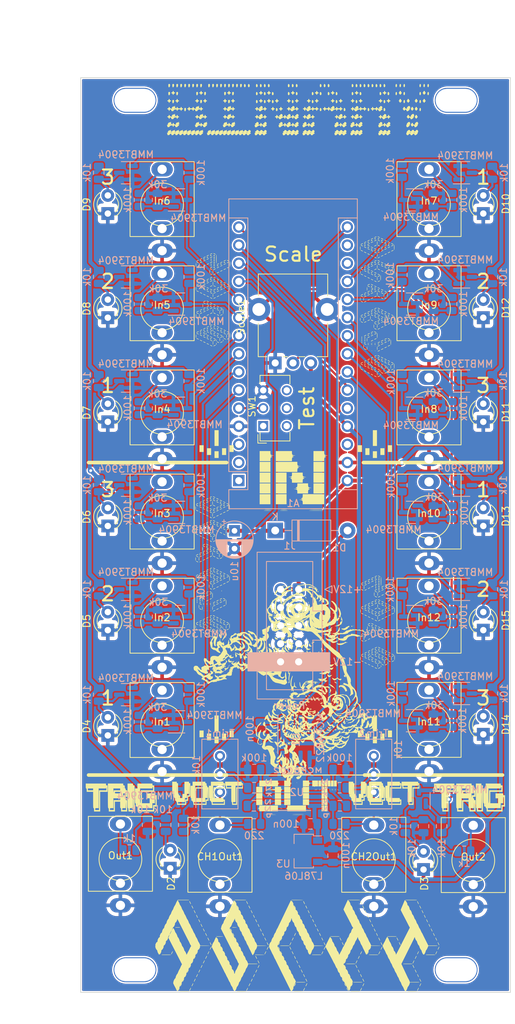
<source format=kicad_pcb>
(kicad_pcb (version 20210228) (generator pcbnew)
  (layers (0 "F.Cu" signal) (31 "B.Cu" signal) (34 "B.Paste" user) (35 "F.Paste" user) (36 "B.SilkS" user "B.Silkscreen") (37 "F.SilkS" user "F.Silkscreen") (38 "B.Mask" user) (39 "F.Mask" user) (44 "Edge.Cuts" user))
  (net 0 "")
  (net 1 "SCK")
  (net 2 "Trig2")
  (net 3 "+12V")
  (net 4 "MOSI")
  (net 5 "GND")
  (net 6 "CS")
  (net 8 "Trig1")
  (net 9 "+5V")
  (net 10 "NOT2-1")
  (net 12 "NOT1-1")
  (net 13 "Net-(A1-Pad25)")
  (net 14 "NOT0-1")
  (net 15 "NOT2-2")
  (net 16 "OCT2-1")
  (net 17 "NOT1-2")
  (net 18 "OCT1-1")
  (net 19 "NOT0-2")
  (net 20 "OCT0-1")
  (net 21 "OCT2-2")
  (net 22 "Net-(A1-Pad5)")
  (net 23 "OCT1-2")
  (net 24 "OCT0-2")
  (net 30 "+6V")
  (net 31 "Net-(CH1Out1-Pad3)")
  (net 33 "Net-(CH2Out1-Pad3)")
  (net 35 "Net-(D1-Pad2)")
  (net 36 "Net-(D2-Pad2)")
  (net 37 "Net-(D3-Pad2)")
  (net 38 "Net-(D4-Pad2)")
  (net 39 "Net-(D5-Pad2)")
  (net 40 "Net-(D6-Pad2)")
  (net 41 "Net-(D7-Pad2)")
  (net 42 "Net-(D8-Pad2)")
  (net 43 "Net-(D9-Pad2)")
  (net 44 "Net-(D10-Pad2)")
  (net 45 "Net-(D11-Pad2)")
  (net 46 "Net-(D12-Pad2)")
  (net 47 "Net-(D13-Pad2)")
  (net 48 "Net-(D14-Pad2)")
  (net 49 "Net-(D15-Pad2)")
  (net 50 "Net-(In1-Pad3)")
  (net 52 "Net-(In2-Pad3)")
  (net 54 "Net-(In3-Pad3)")
  (net 56 "Net-(In4-Pad3)")
  (net 58 "Net-(In5-Pad3)")
  (net 60 "Net-(In6-Pad3)")
  (net 62 "Net-(In7-Pad3)")
  (net 64 "Net-(In8-Pad3)")
  (net 66 "Net-(In9-Pad3)")
  (net 68 "Net-(In10-Pad3)")
  (net 70 "Net-(In11-Pad3)")
  (net 72 "Net-(In12-Pad3)")
  (net 74 "Net-(J1-Pad10)")
  (net 75 "Net-(Out1-Pad3)")
  (net 77 "Net-(Out2-Pad3)")
  (net 79 "Net-(Q1-Pad2)")
  (net 80 "Net-(Q1-Pad1)")
  (net 81 "Net-(Q2-Pad2)")
  (net 82 "Net-(Q2-Pad1)")
  (net 83 "Net-(Q3-Pad1)")
  (net 84 "Net-(Q4-Pad1)")
  (net 85 "Net-(Q5-Pad1)")
  (net 86 "Net-(Q6-Pad1)")
  (net 87 "Net-(Q7-Pad1)")
  (net 88 "Net-(Q8-Pad1)")
  (net 89 "Net-(Q9-Pad1)")
  (net 90 "Net-(Q10-Pad1)")
  (net 91 "Net-(Q11-Pad1)")
  (net 92 "Net-(Q12-Pad1)")
  (net 93 "Net-(Q13-Pad1)")
  (net 94 "Net-(Q14-Pad1)")
  (net 95 "Net-(Q15-Pad1)")
  (net 96 "Net-(Q16-Pad1)")
  (net 97 "Net-(Q17-Pad1)")
  (net 98 "Net-(Q18-Pad1)")
  (net 99 "Net-(Q19-Pad1)")
  (net 100 "Net-(Q20-Pad1)")
  (net 101 "Net-(Q21-Pad1)")
  (net 102 "Net-(Q22-Pad1)")
  (net 103 "Net-(Q23-Pad1)")
  (net 104 "Net-(Q24-Pad1)")
  (net 105 "Net-(Q25-Pad1)")
  (net 106 "Net-(Q26-Pad1)")
  (net 107 "Net-(R3-Pad2)")
  (net 108 "Net-(R4-Pad2)")
  (net 113 "Net-(U1-Pad8)")
  (net 114 "Net-(U1-Pad6)")
  (net 115 "Net-(C6-Pad2)")
  (net 116 "Net-(C6-Pad1)")
  (net 117 "Net-(C7-Pad2)")
  (net 118 "Net-(C7-Pad1)")
  (footprint "kicad_libraries:NOTE" (layer "F.Cu") (at 113.792 83.82 -90)
    (fp_text reference "G***")
    (fp_text value "LOGO" hide)
  )
  (footprint "kicad_libraries:Thonkiconn" (layer "F.Cu") (at 144.145 143.51)
    (fp_text reference "In11")
    (fp_text value "Thonkiconn")
  )
  (footprint "LED_THT:LED_D3.0mm" (layer "F.Cu") (at 107.815 163.565094 90)
    (fp_text reference "D2")
    (fp_text value "LED")
  )
  (footprint "kicad_libraries:Thonkiconn" (layer "F.Cu") (at 106.68 99.695)
    (fp_text reference "In4")
    (fp_text value "Thonkiconn")
  )
  (footprint "LED_THT:LED_D3.0mm" (layer "F.Cu") (at 151.765 144.785 90)
    (fp_text reference "D14")
    (fp_text value "LED")
  )
  (footprint "kicad_libraries:Thonkiconn" (layer "F.Cu") (at 114.8 162.43)
    (fp_text reference "CH1Out1")
    (fp_text value "Thonkiconn")
  )
  (footprint "kicad_libraries:Thonkiconn" (layer "F.Cu") (at 150.36 162.47)
    (fp_text reference "Out2")
    (fp_text value "Thonkiconn")
  )
  (footprint "kicad_libraries:OCTAVE" (layer "F.Cu") (at 113.792 121.285 -90)
    (fp_text reference "G***")
    (fp_text value "LOGO" hide)
  )
  (footprint "LED_THT:LED_D3.0mm" (layer "F.Cu") (at 151.765 115.57 90)
    (fp_text reference "D13")
    (fp_text value "LED")
  )
  (footprint "Panel Holes:3.2mm slot" (layer "F.Cu") (at 147.955 177.8)
    (fp_text reference "REF**" hide)
    (fp_text value "3.2mm slot")
  )
  (footprint "kicad_libraries:OUT" (layer "F.Cu") (at 125.73 153.67)
    (fp_text reference "G***")
    (fp_text value "LOGO" hide)
  )
  (footprint "Potentiometer_THT:Potentiometer_GND_Alpha_RD901F-40-00D_Single_Vertical_CircularHoles" (layer "F.Cu") (at 122.555 92.71 90)
    (fp_text reference "Scale1")
    (fp_text value "100k")
  )
  (footprint "kicad_libraries:TRIG" (layer "F.Cu") (at 100.965 153.67)
    (fp_text reference "G***")
    (fp_text value "LOGO" hide)
  )
  (footprint "Panel Holes:3.2mm slot" (layer "F.Cu") (at 102.87 177.8)
    (fp_text reference "REF**" hide)
    (fp_text value "3.2mm slot")
  )
  (footprint "kicad_libraries:Thonkiconn" (layer "F.Cu") (at 106.68 70.485)
    (fp_text reference "In6")
    (fp_text value "Thonkiconn")
  )
  (footprint "kicad_libraries:arrow 4" (layer "F.Cu") (at 114.3 144.145 -90)
    (fp_text reference "G***")
    (fp_text value "LOGO" hide)
  )
  (footprint "kicad_libraries:arrow 4" (layer "F.Cu") (at 136.525 144.145 -90)
    (fp_text reference "G***")
    (fp_text value "LOGO" hide)
  )
  (footprint "LED_THT:LED_D3.0mm" (layer "F.Cu") (at 151.765 130.18 90)
    (fp_text reference "D15")
    (fp_text value "LED")
  )
  (footprint "Panel Holes:3.2mm slot" (layer "F.Cu") (at 147.955 55.88)
    (fp_text reference "REF**" hide)
    (fp_text value "3.2mm slot")
  )
  (footprint "kicad_libraries:Thonkiconn" (layer "F.Cu") (at 106.68 85.09)
    (fp_text reference "In5")
    (fp_text value "Thonkiconn")
  )
  (footprint "LED_THT:LED_D3.0mm" (layer "F.Cu") (at 143.375 163.745 90)
    (fp_text reference "D3")
    (fp_text value "LED")
  )
  (footprint "Button_Switch_THT:SW_CuK_JS202011CQN_DPDT_Straight" (layer "F.Cu") (at 120.875 101.55 90)
    (fp_text reference "SW1")
    (fp_text value "Test")
  )
  (footprint "kicad_libraries:VOCT" (layer "F.Cu") (at 137.795 153.035)
    (fp_text reference "G***")
    (fp_text value "LOGO" hide)
  )
  (footprint "kicad_libraries:VOCT" (layer "F.Cu") (at 113.03 153.035)
    (fp_text reference "G***")
    (fp_text value "LOGO" hide)
  )
  (footprint "kicad_libraries:NOTE" (layer "F.Cu") (at 136.906 129.032 -90)
    (fp_text reference "G***")
    (fp_text value "LOGO" hide)
  )
  (footprint "kicad_libraries:Thonkiconn" (layer "F.Cu") (at 136.39 162.43)
    (fp_text reference "CH2Out1")
    (fp_text value "Thonkiconn")
  )
  (footprint "kicad_libraries:Thonkiconn" (layer "F.Cu") (at 106.68 143.5305)
    (fp_text reference "In1")
    (fp_text value "Thonkiconn")
  )
  (footprint "kicad_libraries:Thonkiconn" (layer "F.Cu") (at 144.145 70.485)
    (fp_text reference "In7")
    (fp_text value "Thonkiconn")
  )
  (footprint "LED_THT:LED_D3.0mm" (layer "F.Cu") (at 99.06 115.57 90)
    (fp_text reference "D6")
    (fp_text value "LED")
  )
  (footprint "kicad_libraries:Thonkiconn" (layer "F.Cu") (at 106.68 114.3)
    (fp_text reference "In3")
    (fp_text value "Thonkiconn")
  )
  (footprint "kicad_libraries:Thonkiconn" (layer "F.Cu") (at 144.145 99.695)
    (fp_text reference "In8")
    (fp_text value "Thonkiconn")
  )
  (footprint "LED_THT:LED_D3.0mm" (layer "F.Cu") (at 151.765 86.365 90)
    (fp_text reference "D12")
    (fp_text value "LED")
  )
  (footprint "kicad_libraries:Thonkiconn" (layer "F.Cu") (at 144.145 114.3)
    (fp_text reference "In10")
    (fp_text value "Thonkiconn")
  )
  (footprint "kicad_libraries:lion" (layer "F.Cu") (at 123.825 137.795)
    (fp_text reference "G***")
    (fp_text value "LOGO" hide)
  )
  (footprint "LED_THT:LED_D3.0mm" (layer "F.Cu") (at 99.06 86.365 90)
    (fp_text reference "D8")
    (fp_text value "LED")
  )
  (footprint "LED_THT:LED_D3.0mm" (layer "F.Cu") (at 151.765 71.76 90)
    (fp_text reference "D10")
    (fp_text value "LED")
  )
  (footprint "kicad_libraries:Thonkiconn" (layer "F.Cu") (at 106.68 128.905)
    (fp_text reference "In2")
    (fp_text value "Thonkiconn")
  )
  (footprint "LED_THT:LED_D3.0mm" (layer "F.Cu") (at 99.06 130.18 90)
    (fp_text reference "D5")
    (fp_text value "LED")
  )
  (footprint "kicad_libraries:ASCII mid size" (layer "F.Cu") (at 125.73 174.498)
    (fp_text reference "G***")
    (fp_text value "LOGO" hide)
  )
  (footprint "kicad_libraries:IN" (layer "F.Cu") (at 125.095 109.22)
    (fp_text reference "G***")
    (fp_text value "LOGO" hide)
  )
  (footprint "kicad_libraries:Thonkiconn" (layer "F.Cu") (at 100.83 162.290094)
    (fp_text reference "Out1")
    (fp_text value "Thonkiconn")
  )
  (footprint "kicad_libraries:TRIG" (layer "F.Cu") (at 149.86 153.67)
    (fp_text reference "G***")
    (fp_text value "LOGO" hide)
  )
  (footprint "Panel Holes:3.2mm slot" (layer "F.Cu") (at 102.87 55.88)
    (fp_text reference "REF**" hide)
    (fp_text value "3.2mm slot")
  )
  (footprint "kicad_libraries:arrow 4" (layer "F.Cu") (at 114.3 104.14 -90)
    (fp_text reference "G***")
    (fp_text value "LOGO" hide)
  )
  (footprint "LED_THT:LED_D3.0mm" (layer "F.Cu") (at 99.06 71.76 90)
    (fp_text reference "D9")
    (fp_text value "LED")
  )
  (footprint "kicad_libraries:OCTAVE" (layer "F.Cu") (at 136.906 84.836 -90)
    (fp_text reference "G***")
    (fp_text value "LOGO" hide)
  )
  (footprint "LED_THT:LED_D3.0mm" (layer "F.Cu") (at 99.06 100.97 90)
    (fp_text reference "D7")
    (fp_text value "LED")
  )
  (footprint "kicad_libraries:arrow 4" (layer "F.Cu") (at 136.525 104.14 -90)
    (fp_text reference "G***")
    (fp_text value "LOGO" hide)
  )
  (footprint "kicad_libraries:Thonkiconn" (layer "F.Cu") (at 144.145 85.09)
    (fp_text reference "In9")
    (fp_text value "Thonkiconn")
  )
  (footprint "LED_THT:LED_D3.0mm" (layer "F.Cu") (at 151.765 100.965 90)
    (fp_text reference "D11")
    (fp_text value "LED")
  )
  (footprint "LED_THT:LED_D3.0mm" (layer "F.Cu") (at 99.06 144.9395 90)
    (fp_text reference "D4")
    (fp_text value "LED")
  )
  (footprint "kicad_libraries:Thonkiconn" (layer "F.Cu") (at 144.145 128.905)
    (fp_text reference "In12")
    (fp_text value "Thonkiconn")
  )
  (footprint "kicad_libraries:BINARY" (layer "F.Cu") (at 125.73 57.15)
    (fp_text reference "G***")
    (fp_text value "LOGO" hide)
  )
  (footprint "Capacitor_SMD:C_0805_2012MetricVal" (layer "B.Cu") (at 119.565 154.81)
    (fp_text reference "C7")
    (fp_text value "22p")
  )
  (footprint "Capacitor_SMD:C_0805_2012MetricVal" (layer "B.Cu") (at 120.515 144.015 -90)
    (fp_text reference "C2")
    (fp_text value "100n")
  )
  (footprint "Resistor_SMD:R_0805_2012MetricValue" (layer "B.Cu") (at 110.49 80.645 -90)
    (fp_text reference "R33")
    (fp_text value "100k")
  )
  (footprint "Package_TO_SOT_SMD:SOT-23Val" (layer "B.Cu") (at 141.605 142.875 180)
    (fp_text reference "Q23")
    (fp_text value "MMBT3904")
  )
  (footprint "Resistor_SMD:R_0805_2012MetricValue" (layer "B.Cu") (at 106.045 84.455 -90)
    (fp_text reference "R32")
    (fp_text value "30k")
  )
  (footprint "Resistor_SMD:R_0805_2012MetricValue" (layer "B.Cu") (at 103.505 84.455 90)
    (fp_text reference "R31")
    (fp_text value "100k")
  )
  (footprint "Package_TO_SOT_SMD:SOT-23Val" (layer "B.Cu") (at 101.6 124.46 180)
    (fp_text reference "Q6")
    (fp_text value "MMBT3904")
  )
  (footprint "Resistor_SMD:R_0805_2012MetricValue" (layer "B.Cu") (at 97.79 66.04 90)
    (fp_text reference "R38")
    (fp_text value "10k")
  )
  (footprint "Resistor_SMD:R_0805_2012MetricValue" (layer "B.Cu") (at 106.045 113.665 -90)
    (fp_text reference "R24")
    (fp_text value "30k")
  )
  (footprint "Capacitor_SMD:C_0805_2012MetricVal" (layer "B.Cu") (at 131.625 154.81 180)
    (fp_text reference "C6")
    (fp_text value "22p")
  )
  (footprint "Resistor_SMD:R_0805_2012MetricValue" (layer "B.Cu") (at 103.505 99.06 90)
    (fp_text reference "R27")
    (fp_text value "100k")
  )
  (footprint "Package_TO_SOT_SMD:SOT-23Val" (layer "B.Cu") (at 109.22 84.455)
    (fp_text reference "Q11")
    (fp_text value "MMBT3904")
  )
  (footprint "Resistor_SMD:R_0805_2012MetricValue" (layer "B.Cu") (at 110.49 139.2245 -90)
    (fp_text reference "R17")
    (fp_text value "100k")
  )
  (footprint "Resistor_SMD:R_0805_2012MetricValue" (layer "B.Cu") (at 131.5875 152.27)
    (fp_text reference "R3")
    (fp_text value "27k")
  )
  (footprint "Package_TO_SOT_SMD:SOT-23Val" (layer "B.Cu") (at 101.6 139.2245 180)
    (fp_text reference "Q4")
    (fp_text value "MMBT3904")
  )
  (footprint "Package_TO_SOT_SMD:SOT-23Val" (layer "B.Cu") (at 149.225 80.645)
    (fp_text reference "Q20")
    (fp_text value "MMBT3904")
  )
  (footprint "Package_TO_SOT_SMD:SOT-23Val" (layer "B.Cu") (at 142.74 153.58 90)
    (fp_text reference "Q2")
    (fp_text value "MMBT3904")
  )
  (footprint "Package_TO_SOT_SMD:SOT-23Val" (layer "B.Cu") (at 101.6 109.855 180)
    (fp_text reference "Q8")
    (fp_text value "MMBT3904")
  )
  (footprint "Resistor_SMD:R_0805_2012MetricValue" (layer "B.Cu") (at 140.335 80.3675 -90)
    (fp_text reference "R49")
    (fp_text value "100k")
  )
  (footprint "Resistor_SMD:R_0805_2012MetricValue" (layer "B.Cu") (at 147.32 142.875 90)
    (fp_text reference "R55")
    (fp_text value "100k")
  )
  (footprint "Package_TO_SOT_SMD:SOT-23Val" (layer "B.Cu") (at 101.6 80.645 180)
    (fp_text reference "Q12")
    (fp_text value "MMBT3904")
  )
  (footprint "Capacitor_SMD:C_0805_2012MetricVal" (layer "B.Cu") (at 127.5 157.35 180)
    (fp_text reference "C4")
    (fp_text value "100n")
  )
  (footprint "Package_TO_SOT_SMD:SOT-23Val" (layer "B.Cu") (at 109.22 128.27)
    (fp_text reference "Q5")
    (fp_text value "MMBT3904")
  )
  (footprint "Resistor_SMD:R_0805_2012MetricValue" (layer "B.Cu") (at 144.78 128.27 -90)
    (fp_text reference "R60")
    (fp_text value "30k")
  )
  (footprint "Package_TO_SOT_SMD:SOT-23Val" (layer "B.Cu") (at 149.225 95.25)
    (fp_text reference "Q18")
    (fp_text value "MMBT3904")
  )
  (footprint "Resistor_SMD:R_0805_2012MetricValue" (layer "B.Cu") (at 97.79 80.645 90)
    (fp_text reference "R34")
    (fp_text value "10k")
  )
  (footprint "Resistor_SMD:R_0805_2012MetricValue" (layer "B.Cu") (at 140.835 157.6675 90)
    (fp_text reference "R13")
    (fp_text value "10k")
  )
  (footprint "Resistor_SMD:R_0805_2012MetricValue" (layer "B.Cu") (at 119.6025 152.27 180)
    (fp_text reference "R4")
    (fp_text value "27k")
  )
  (footprint "Resistor_SMD:R_0805_2012MetricValue" (layer "B.Cu") (at 153.035 124.46 90)
    (fp_text reference "R62")
    (fp_text value "10k")
  )
  (footprint "Diode_THT:D_DO-41_SOD81_P10.16mm_Horizontal" (layer "B.Cu") (at 122.555 116.205)
    (fp_text reference "D1")
    (fp_text value "1N5817")
  )
  (footprint "Resistor_SMD:R_0805_2012MetricValue" (layer "B.Cu") (at 153.035 95.25 90)
    (fp_text reference "R46")
    (fp_text value "10k")
  )
  (footprint "Resistor_SMD:R_0805_2012MetricValue" (layer "B.Cu") (at 110.49 124.1825 -90)
    (fp_text reference "R21")
    (fp_text value "100k")
  )
  (footprint "Resistor_SMD:R_0805_2012MetricValue" (layer "B.Cu") (at 103.505 128.27 90)
    (fp_text reference "R19")
    (fp_text value "100k")
  )
  (footprint "Package_TO_SOT_SMD:SOT-23Val" (layer "B.Cu") (at 149.225 139.065)
    (fp_text reference "Q24")
    (fp_text value "MMBT3904")
  )
  (footprint "Resistor_SMD:R_0805_2012MetricValue" (layer "B.Cu") (at 97.79 95.25 90)
    (fp_text reference "R30")
    (fp_text value "10k")
  )
  (footprint "Resistor_SMD:R_0805_2012MetricValue" (layer "B.Cu") (at 131.5875 149.73 180)
    (fp_text reference "R1")
    (fp_text value "100k")
  )
  (footprint "Resistor_SMD:R_0805_2012MetricValue" (layer "B.Cu") (at 153.035 109.855 90)
    (fp_text reference "R54")
    (fp_text value "10k")
  )
  (footprint "Resistor_SMD:R_0805_2012MetricValue" (layer "B.Cu") (at 110.49 66.04 -90)
    (fp_text reference "R37")
    (fp_text value "100k")
  )
  (footprint "Package_TO_SOT_SMD:SOT-23Val" (layer "B.Cu") (at 109.22 113.665)
    (fp_text reference "Q7")
    (fp_text value "MMBT3904")
  )
  (footprint "Resistor_SMD:R_0805_2012MetricValue" (layer "B.Cu") (at 140.335 124.46 -90)
    (fp_text reference "R61")
    (fp_text value "100k")
  )
  (footprint "Resistor_SMD:R_0805_2012MetricValue" (layer "B.Cu") (at 103.505 143.0345 90)
    (fp_text reference "R15")
    (fp_text value "100k")
  )
  (footprint "Resistor_SMD:R_0805_2012MetricValue" (layer "B.Cu") (at 140.335 65.7625 -90)
    (fp_text reference "R41")
    (fp_text value "100k")
  )
  (footprint "Resistor_SMD:R_0805_2012MetricValue" (layer "B.Cu") (at 153.035 66.04 90)
    (fp_text reference "R42")
    (fp_text value "10k")
  )
  (footprint "Potentiometer_THT:Potentiometer_Bourns_3296W_Vertical" (layer "B.Cu") (at 114.8 147.815 90)
    (fp_text reference "Trim1")
    (fp_text value "10k")
  )
  (footprint "Resistor_SMD:R_0805_2012MetricValue" (layer "B.Cu") (at 149.09 161.2 180)
    (fp_text reference "R14")
    (fp_text value "1k")
  )
  (footprint "Resistor_SMD:R_0805_2012MetricValue" (layer "B.Cu") (at 102.1 161.020094)
    (fp_text reference "R10")
    (fp_text value "1k")
  )
  (footprint "Resistor_SMD:R_0805_2012MetricValue" (layer "B.Cu") (at 103.505 69.85 90)
    (fp_text reference "R35")
    (fp_text value "100k")
  )
  (footprint "Resistor_SMD:R_0805_2012MetricValue" (layer "B.Cu") (at 131.5875 157.35)
    (fp_text reference "R5")
    (fp_text value "220")
  )
  (footprint "Resistor_SMD:R_0805_2012MetricValue" (layer "B.Cu") (at 106.045 99.06 -90)
    (fp_text reference "R28")
    (fp_text value "30k")
  )
  (footprint "Resistor_SMD:R_0805_2012MetricValue" (layer "B.Cu") (at 147.32 113.665 90)
    (fp_text reference "R51")
    (fp_text value "100k")
  )
  (footprint "Resistor_SMD:R_0805_2012MetricValue" (layer "B.Cu") (at 153.035 80.695 90)
    (fp_text reference "R50")
    (fp_text value "10k")
  )
  (footprint "Package_TO_SOT_SMD:SOT-23Val" (layer "B.Cu") (at 141.605 84.455 180)
    (fp_text reference "Q19")
    (fp_text value "MMBT3904")
  )
  (footprint "Package_TO_SOT_SMD:SOT-23Val" (layer "B.Cu") (at 141.605 69.85 180)
    (fp_text reference "Q15")
    (fp_text value "MMBT3904")
  )
  (footprint "Resistor_SMD:R_0805_2012MetricValue" (layer "B.Cu") (at 144.78 99.06 -90)
    (fp_text reference "R44")
    (fp_text value "30k")
  )
  (footprint "Resistor_SMD:R_0805_2012MetricValue" (layer "B.Cu") (at 119.6025 157.35 180)
    (fp_text reference "R6")
    (fp_text value "220")
  )
  (footprint "Package_TO_SOT_SMD:SOT-23Val" (layer "B.Cu") (at 141.605 113.665 180)
    (fp_text reference "Q21")
    (fp_text value "MMBT3904")
  )
  (footprint "Resistor_SMD:R_0805_2012MetricValue" (layer "B.Cu") (at 143.375 157.6675 90)
    (fp_text reference "R12")
    (fp_text value "10k")
  )
  (footprint "Resistor_SMD:R_0805_2012MetricValue" (layer "B.Cu") (at 119.6025 149.73)
    (fp_text reference "R2")
    (fp_text value "100k")
  )
  (footprint "Package_TO_SOT_SMD:SOT-23Val" (layer "B.Cu") (at 109.22 99.06)
    (fp_text reference "Q9")
    (fp_text value "MMBT3904")
  )
  (footprint "Potentiometer_THT:Potentiometer_Bourns_3296W_Vertical" (layer "B.Cu") (at 136.39 147.815 90)
    (fp_text reference "Trim2")
    (fp_text value "10k")
  )
  (footprint "Resistor_SMD:R_0805_2012MetricValue" (layer "B.Cu") (at 97.79 139.2245 90)
    (fp_text reference "R18")
    (fp_text value "10k")
  )
  (footprint "Resistor_SMD:R_0805_2012MetricValue" (layer "B.Cu") (at 144.78 142.875 -90)
    (fp_text reference "R56")
    (fp_text value "30k")
  )
  (footprint "Package_TO_SOT_SMD:SOT-23Val" (layer "B.Cu") (at 109.855 153.400094 90)
    (fp_text reference "Q1")
    (fp_text value "MMBT3904")
  )
  (footprint "Resistor_SMD:R_0805_2012MetricValue" (layer "B.Cu") (at 140.335 109.855 -90)
    (fp_text reference "R53")
    (fp_text value "100k")
  )
  (footprint "Package_SO:SOIC-8_3.9x4.9mm_P1.27mm" (layer "B.Cu") (at 125.479 145.559906 -90)
    (fp_text reference "U1")
    (fp_text value "MCP4822")
  )
  (footprint "Package_TO_SOT_SMD:SOT-23Val" (layer "B.Cu") (at 149.225 66.04)
    (fp_text reference "Q16")
    (fp_text value "MMBT3904")
  )
  (footprint "Resistor_SMD:R_0805_2012MetricValue" (layer "B.Cu") (at 147.32 128.27 90)
    (fp_text reference "R59")
    (fp_text value "100k")
  )
  (footprint "Resistor_SMD:R_0805_2012MetricValue" (layer "B.Cu") (at 153.035 139.065 90)
    (fp_text reference "R58")
    (fp_text value "10k")
  )
  (footprint "Package_TO_SOT_SMD:SOT-23Val" (layer "B.Cu") (at 101.6 95.25 180)
    (fp_text reference "Q10")
    (fp_text value "MMBT3904")
  )
  (footprint "Resistor_SMD:R_0805_2012MetricValue" (layer "B.Cu") (at 104.64 157.487594 90)
    (fp_text reference "R8")
    (fp_text value "10k")
  )
  (footprint "Module:Arduino_Nano" (layer "B.Cu") (at 117.445 109.21)
    (fp_text reference "A1")
    (fp_text value "Arduino_Nano_v3.x")
  )
  (footprint "Resistor_SMD:R_0805_2012MetricValue" (layer "B.Cu") (at 147.32 84.455 90)
    (fp_text reference "R47")
    (fp_text value "100k")
  )
  (footprint "Resistor_SMD:R_0805_2012MetricValue" (layer "B.Cu") (at 97.79 124.46 90)
    (fp_text reference "R22")
    (fp_text value "10k")
  )
  (footprint "Resistor_SMD:R_0805_2012MetricValue" (layer "B.Cu") (at 140.335 95.25 -90)
    (fp_text reference "R45")
    (fp_text value "100k")
  )
  (footprint "Resistor_SMD:R_0805_2012MetricValue" (layer "B.Cu") (at 107.18 157.487594 90)
    (fp_text reference "R9")
    (fp_text value "10k")
  )
  (footprint "Resistor_SMD:R_0805_2012MetricValue" (layer "B.Cu") (at 147.32 69.85 90)
    (fp_text reference "R39")
    (fp_text value "100k")
  )
  (footprint "Package_TO_SOT_SMD:SOT-23Val" (layer "B.Cu") (at 141.605 128.27 180)
    (fp_text reference "Q25")
    (fp_text value "MMBT3904")
  )
  (footprint "Resistor_SMD:R_0805_2012MetricValue" (layer "B.Cu") (at 106.045 128.27 -90)
    (fp_text reference "R20")
    (fp_text value "30k")
  )
  (footprint "Package_TO_SOT_SMD:SOT-23Val" (layer "B.Cu") (at 109.22 143.0345)
    (fp_text reference "Q3")
    (fp_text value "MMBT3904")
  )
  (footprint "Package_TO_SOT_SMD:SOT-23Val" (layer "B.Cu") (at 141.605 99.06 180)
    (fp_text reference "Q17")
    (fp_text value "MMBT3904")
  )
  (footprint "Connector_IDC:IDC-Header_2x05_P2.54mm_Vertical" (layer "B.Cu") (at 125.8475 124.46 180)
    (fp_text reference "J1")
    (fp_text value "Power")
  )
  (footprint "Resistor_SMD:R_0805_2012MetricValue" (layer "B.Cu") (at 110.49 109.855 -90)
    (fp_text reference "R25")
    (fp_text value "100k")
  )
  (footprint "Resistor_SMD:R_0805_2012MetricValue" (layer "B.Cu") (at 145.915 157.6675 90)
    (fp_text reference "R11")
    (fp_text value "10k")
  )
  (footprint "Resistor_SMD:R_0805_2012MetricValue" (layer "B.Cu") (at 106.045 69.85 -90)
    (fp_text reference "R36")
    (fp_text value "30k")
  )
  (footprint "Resistor_SMD:R_0805_2012MetricValue" (layer "B.Cu") (at 147.32 99.06 90)
    (fp_text reference "R43")
    (fp_text value "100k")
  )
  (footprint "Resistor_SMD:R_0805_2012MetricValue" (layer "B.Cu") (at 106.045 143.0345 -90)
    (fp_text reference "R16")
    (fp_text value "30k")
  )
  (footprint "Package_TO_SOT_SMD:SOT-23Val" (layer "B.Cu") (at 101.6 66.04 180)
    (fp_text reference "Q14")
    (fp_text value "MMBT3904")
  )
  (footprint "Capacitor_SMD:C_0805_2012MetricVal" (layer "B.Cu") (at 130.675 161.795 90)
    (fp_text reference "C3")
    (fp_text value "100n")
  )
  (footprint "Package_TO_SOT_SMD:SOT-23Val" (layer "B.Cu") (at 109.22 69.85)
    (fp_text reference "Q13")
    (fp_text value "MMBT3904")
  )
  (footprint "Resistor_SMD:R_0805_2012MetricValue" (layer "B.Cu") (at 110.49 95.25 -90)
    (fp_text reference "R29")
    (fp_text value "100k")
  )
  (footprint "Resistor_SMD:R_0805_2012MetricValue" (layer "B.Cu") (at 103.505 113.665 90)
    (fp_text reference "R23")
    (fp_text value "100k")
  )
  (footprint "Resistor_SMD:R_0805_2012MetricValue" (layer "B.Cu") (at 109.72 157.487594 90)
    (fp_text reference "R7")
    (fp_text value "10k")
  )
  (footprint "Resistor_SMD:R_0805_2012MetricValue" (layer "B.Cu") (at 144.78 113.665 -90)
    (fp_text reference "R52")
    (fp_text value "30k")
  )
  (footprint "Capacitor_THT:CP_Radial_D5.0mm_P2.50mm" (layer "B.Cu") (at 116.84 116.245 -90)
    (fp_text reference "C1")
    (fp_text value "10u")
  )
  (footprint "Package_TO_SOT_SMD:SOT-89-3" (layer "B.Cu") (at 126.865 161.16 180)
    (fp_text reference "U3")
    (fp_text value "L78L06")
  )
  (footprint "Package_TO_SOT_SMD:SOT-23Val" (layer "B.Cu") (at 149.225 109.855)
    (fp_text reference "Q22")
    (fp_text value "MMBT3904")
  )
  (footprint "Package_TO_SOT_SMD:SOT-23Val" (layer "B.Cu") (at 149.225 124.46)
    (fp_text reference "Q26")
    (fp_text value "MMBT3904")
  )
  (footprint "Resistor_SMD:R_0805_2012MetricValue" (layer "B.Cu") (at 144.78 84.455 -90)
    (fp_text reference "R48")
    (fp_text value "30k")
  )
  (footprint "Package_SO:SOIC-8_3.9x4.9mm_P1.27mm" (layer "B.Cu") (at 125.595 152.905)
    (fp_text reference "U2")
    (fp_text value "MCP6002")
  )
  (footprint "Resistor_SMD:R_0805_2012MetricValue" (layer "B.Cu") (at 140.335 139.065 -90)
    (fp_text reference "R57")
    (fp_text value "100k")
  )
  (footprint "Resistor_SMD:R_0805_2012MetricValue" (layer "B.Cu") (at 144.78 69.85 -90)
    (fp_text reference "R40")
    (fp_text value "30k")
  )
  (footprint "Resistor_SMD:R_0805_2012MetricValue" (layer "B.Cu") (at 97.79 109.855 90)
    (fp_text reference "R26")
    (fp_text value "10k")
  )
  (gr_rect (start 130.175 135.89) (end 118.745 133.35) (layer "B.SilkS") (width 0.15) (fill solid))
  (gr_line (start 134.9375 106.68) (end 154.305 106.68) (layer "F.SilkS") (width 0.5))
  (gr_line (start 135.09625 150.495) (end 154.46375 150.495) (layer "F.SilkS") (width 0.5))
  (gr_line (start 96.36125 106.68) (end 115.72875 106.68) (layer "F.SilkS") (width 0.5))
  (gr_line (start 96.36125 150.495) (end 115.72875 150.495) (layer "F.SilkS") (width 0.5))
  (gr_line (start 115.72875 150.495) (end 135.09625 150.495) (layer "F.SilkS") (width 0.15))
  (gr_rect (start 95.25 52.705) (end 155.575 180.975) (layer "Edge.Cuts") (width 0.1) (fill none))
  (gr_text "+12V" (at 132.715 124.46) (layer "B.SilkS") (effects (font (size 1 1)) (justify mirror)))
  (gr_text "-12V" (at 132.715 134.62) (layer "B.SilkS") (effects (font (size 1 1)) (justify mirror)))
  (gr_text "3" (at 99.06 110.49) (layer "F.SilkS") (effects (font (size 2 2) (thickness 0.3))))
  (gr_text "3" (at 99.06 66.675) (layer "F.SilkS") (effects (font (size 2 2) (thickness 0.3))))
  (gr_text "2" (at 99.06 125.095) (layer "F.SilkS") (effects (font (size 2 2) (thickness 0.3))))
  (gr_text "1" (at 99.06 139.7) (layer "F.SilkS") (effects (font (size 2 2) (thickness 0.3))))
  (gr_text "Scale" (at 125.095 77.47) (layer "F.SilkS") (effects (font (size 2 2) (thickness 0.3))))
  (gr_text "3" (at 151.765 95.885) (layer "F.SilkS") (effects (font (size 2 2) (thickness 0.3))))
  (gr_text "2" (at 151.765 124.46) (layer "F.SilkS") (effects (font (size 2 2) (thickness 0.3))))
  (gr_text "3" (at 151.765 139.7) (layer "F.SilkS") (effects (font (size 2 2) (thickness 0.3))))
  (gr_text "Test" (at 127 99.06 90) (layer "F.SilkS") (effects (font (size 2 2) (thickness 0.3))))
  (gr_text "2" (at 99.06 81.28) (layer "F.SilkS") (effects (font (size 2 2) (thickness 0.3))))
  (gr_text "1" (at 99.06 95.885) (layer "F.SilkS") (effects (font (size 2 2) (thickness 0.3))))
  (gr_text "2" (at 151.765 81.28) (layer "F.SilkS") (effects (font (size 2 2) (thickness 0.3))))
  (gr_text "1" (at 151.765 110.49) (layer "F.SilkS") (effects (font (size 2 2) (thickness 0.3))))
  (gr_text "1" (at 151.765 66.675) (layer "F.SilkS") (effects (font (size 2 2) (thickness 0.3))))
  (segment (start 126.41832 144.364226) (end 126.114 144.059906) (width 0.3048) (layer "B.Cu") (net 1))
  (segment (start 126.114 144.059906) (end 126.114 143.084906) (width 0.3048) (layer "B.Cu") (net 1))
  (segment (start 127.930689 86.13367) (end 131.259889 89.46287) (width 0.3048) (layer "B.Cu") (net 1))
  (segment (start 132.685 73.65) (end 127.930689 78.404311) (width 0.3048) (layer "B.Cu") (net 1))
  (segment (start 131.259889 140.833595) (end 127.729258 144.364226) (width 0.3048) (layer "B.Cu") (net 1))
  (segment (start 127.729258 144.364226) (end 126.41832 144.364226) (width 0.3048) (layer "B.Cu") (net 1))
  (segment (start 131.259889 140.833595) (end 128.744242 143.349242) (width 0.3048) (layer "B.Cu") (net 1))
  (segment (start 131.259889 89.46287) (end 131.259889 140.833595) (width 0.3048) (layer "B.Cu") (net 1))
  (segment (start 127.930689 78.404311) (end 127.930689 86.13367) (width 0.3048) (layer "B.Cu") (net 1))
  (segment (start 140.794311 82.374311) (end 147.32 88.9) (width 0.3048) (layer "F.Cu") (net 2))
  (segment (start 147.32 88.9) (end 147.32 153.50364) (width 0.3048) (layer "F.Cu") (net 2))
  (segment (start 126.169311 82.374311) (end 140.794311 82.374311) (width 0.3048) (layer "F.Cu") (net 2))
  (segment (start 117.445 73.65) (end 126.169311 82.374311) (width 0.3048) (layer "F.Cu") (net 2))
  (segment (start 147.32 153.50364) (end 146.91932 153.90432) (width 0.3048) (layer "F.Cu") (net 2))
  (via (at 146.91932 153.90432) (size 0.8) (drill 0.4) (layers "F.Cu" "B.Cu") (net 2))
  (segment (start 145.915 158.58) (end 146.91932 157.57568) (width 0.3048) (layer "B.Cu") (net 2))
  (segment (start 146.91932 157.57568) (end 146.91932 153.90432) (width 0.3048) (layer "B.Cu") (net 2))
  (segment (start 105.04538 116.19788) (end 96.65875 107.81125) (width 0.5588) (layer "F.Cu") (net 3))
  (segment (start 116.84 116.245) (end 122.515 116.245) (width 0.5588) (layer "F.Cu") (net 3))
  (segment (start 122.555 116.205) (end 125.69 116.205) (width 0.5588) (layer "F.Cu") (net 3))
  (segment (start 137.805 109.21) (end 140.335 106.68) (width 0.5588) (layer "F.Cu") (net 3))
  (segment (start 122.515 116.245) (end 122.555 116.205) (width 0.5588) (layer "F.Cu") (net 3))
  (segment (start 132.685 109.21) (end 137.805 109.21) (width 0.5588) (layer "F.Cu") (net 3))
  (segment (start 116.79288 116.19788) (end 105.04538 116.19788) (width 0.5588) (layer "F.Cu") (net 3))
  (segment (start 125.69 116.205) (end 132.685 109.21) (width 0.5588) (layer "F.Cu") (net 3))
  (segment (start 116.84 116.245) (end 116.79288 116.19788) (width 0.5588) (layer "F.Cu") (net 3))
  (via (at 96.65875 107.81125) (size 0.8) (drill 0.4) (layers "F.Cu" "B.Cu") (net 3))
  (via (at 140.335 106.68) (size 0.8) (drill 0.4) (layers "F.Cu" "B.Cu") (net 3))
  (segment (start 154.21712 122.36538) (end 153.035 123.5475) (width 0.5588) (layer "B.Cu") (net 3))
  (segment (start 153.035 65.197554) (end 154.305 66.467554) (width 0.5588) (layer "B.Cu") (net 3))
  (segment (start 97.79 123.5475) (end 97.79 123.617554) (width 0.5588) (layer "B.Cu") (net 3))
  (segment (start 96.52 122.2775) (end 97.79 123.5475) (width 0.5588) (layer "B.Cu") (net 3))
  (segment (start 130.59 162.66) (end 130.675 162.745) (width 0.5588) (layer "B.Cu") (net 3))
  (segment (start 154.21712 110.12462) (end 154.21712 122.36538) (width 0.5588) (layer "B.Cu") (net 3))
  (segment (start 153.035 94.3375) (end 153.035 94.407554) (width 0.5588) (layer "B.Cu") (net 3))
  (segment (start 142.32212 104.69288) (end 140.335 106.68) (width 0.5588) (layer "B.Cu") (net 3))
  (segment (start 97.79 94.85) (end 97.47212 95.16788) (width 0.5588) (layer "B.Cu") (net 3))
  (segment (start 96.60788 139.49412) (end 96.60788 145.15518) (width 0.5588) (layer "B.Cu") (net 3))
  (segment (start 97.79 79.7325) (end 97.79 79.802554) (width 0.5588) (layer "B.Cu") (net 3))
  (segment (start 148.048534 152.6425) (end 142.74 152.6425) (width 0.5588) (layer "B.Cu") (net 3))
  (segment (start 153.035 138.222554) (end 154.21712 139.404674) (width 0.5588) (layer "B.Cu") (net 3))
  (segment (start 97.79 79.802554) (end 96.52 81.072554) (width 0.5588) (layer "B.Cu") (net 3))
  (segment (start 147.830335 165.127111) (end 152.34212 160.615326) (width 0.5588) (layer "B.Cu") (net 3))
  (segment (start 153.35288 124.37788) (end 153.795326 124.37788) (width 0.5588) (layer "B.Cu") (net 3))
  (segment (start 154.305 66.467554) (end 154.305 78.5125) (width 0.5588) (layer "B.Cu") (net 3))
  (segment (start 153.035 94.407554) (end 154.305 95.677554) (width 0.5588) (layer "B.Cu") (net 3))
  (segment (start 96.60788 78.55038) (end 97.79 79.7325) (width 0.5588) (layer "B.Cu") (net 3))
  (segment (start 154.305 124.887554) (end 154.305 136.8825) (width 0.5588) (layer "B.Cu") (net 3))
  (segment (start 154.305 95.677554) (end 154.305 107.6725) (width 0.5588) (layer "B.Cu") (net 3))
  (segment (start 97.029674 95.16788) (end 96.52 95.677554) (width 0.5588) (layer "B.Cu") (net 3))
  (segment (start 97.029674 109.77288) (end 96.52 110.282554) (width 0.5588) (layer "B.Cu") (net 3))
  (segment (start 130.675 162.745) (end 139.7072 162.745) (width 0.5588) (layer "B.Cu") (net 3))
  (segment (start 97.029674 65.95788) (end 96.60788 66.379674) (width 0.5588) (layer "B.Cu") (net 3))
  (segment (start 142.089311 165.127111) (end 147.830335 165.127111) (width 0.5588) (layer "B.Cu") (net 3))
  (segment (start 97.79 108.9425) (end 97.79 109.455) (width 0.5588) (layer "B.Cu") (net 3))
  (segment (start 103.915294 152.462594) (end 109.855 152.462594) (width 0.5588) (layer "B.Cu") (net 3))
  (segment (start 154.21712 93.15538) (end 153.035 94.3375) (width 0.5588) (layer "B.Cu") (net 3))
  (segment (start 97.47212 65.95788) (end 97.029674 65.95788) (width 0.5588) (layer "B.Cu") (net 3))
  (segment (start 97.79 65.64) (end 97.47212 65.95788) (width 0.5588) (layer "B.Cu") (net 3))
  (segment (start 96.52 95.677554) (end 96.52 107.6725) (width 0.5588) (layer "B.Cu") (net 3))
  (segment (start 153.035 65.1275) (end 153.035 65.197554) (width 0.5588) (layer "B.Cu") (net 3))
  (segment (start 153.035 138.1525) (end 153.035 138.222554) (width 0.5588) (layer "B.Cu") (net 3))
  (segment (start 153.035 108.9425) (end 154.21712 110.12462) (width 0.5588) (layer "B.Cu") (net 3))
  (segment (start 139.7072 162.745) (end 142.089311 165.127111) (width 0.5588) (layer "B.Cu") (net 3))
  (segment (start 97.79 138.312) (end 96.60788 139.49412) (width 0.5588) (layer "B.Cu") (net 3))
  (segment (start 97.79 94.3375) (end 97.79 94.85) (width 0.5588) (layer "B.Cu") (net 3))
  (segment (start 96.52 81.072554) (end 96.52 93.0675) (width 0.5588) (layer "B.Cu") (net 3))
  (segment (start 153.035 123.5475) (end 153.035 124.06) (width 0.5588) (layer "B.Cu") (net 3))
  (segment (start 152.34212 160.615326) (end 152.34212 156.936086) (width 0.5588) (layer "B.Cu") (net 3))
  (segment (start 96.52 107.6725) (end 96.65875 107.81125) (width 0.5588) (layer "B.Cu") (net 3))
  (segment (start 145.96788 104.69288) (end 142.32212 104.69288) (width 0.5588) (layer "B.Cu") (net 3))
  (segment (start 97.79 65.1275) (end 97.79 65.64) (width 0.5588) (layer "B.Cu") (net 3))
  (segment (start 97.47212 95.16788) (end 97.029674 95.16788) (width 0.5588) (layer "B.Cu") (net 3))
  (segment (start 154.305 107.6725) (end 153.035 108.9425) (width 0.5588) (layer "B.Cu") (net 3))
  (segment (start 97.47212 109.77288) (end 97.029674 109.77288) (width 0.5588) (layer "B.Cu") (net 3))
  (segment (start 96.52 137.042) (end 97.79 138.312) (width 0.5588) (layer "B.Cu") (net 3))
  (segment (start 97.79 123.617554) (end 96.52 124.887554) (width 0.5588) (layer "B.Cu") (net 3))
  (segment (start 153.795326 124.37788) (end 154.305 124.887554) (width 0.5588) (layer "B.Cu") (net 3))
  (segment (start 96.65875 107.81125) (end 97.79 108.9425) (width 0.5588) (layer "B.Cu") (net 3))
  (segment (start 153.035 79.7825) (end 154.21712 80.96462) (width 0.5588) (layer "B.Cu") (net 3))
  (segment (start 152.34212 156.936086) (end 148.048534 152.6425) (width 0.5588) (layer "B.Cu") (net 3))
  (segment (start 150.2175 108.9425) (end 145.96788 104.69288) (width 0.5588) (layer "B.Cu") (net 3))
  (segment (start 96.52 93.0675) (end 97.79 94.3375) (width 0.5588) (layer "B.Cu") (net 3))
  (segment (start 97.79 109.455) (end 97.47212 109.77288) (width 0.5588) (layer "B.Cu") (net 3))
  (segment (start 96.60788 145.15518) (end 103.915294 152.462594) (width 0.5588) (layer "B.Cu") (net 3))
  (segment (start 154.21712 80.96462) (end 154.21712 93.15538) (width 0.5588) (layer "B.Cu") (net 3))
  (segment (start 128.515 162.66) (end 130.59 162.66) (width 0.5588) (layer "B.Cu") (net 3))
  (segment (start 96.52 110.282554) (end 96.52 122.2775) (width 0.5588) (layer "B.Cu") (net 3))
  (segment (start 154.305 136.8825) (end 153.035 138.1525) (width 0.5588) (layer "B.Cu") (net 3))
  (segment (start 96.52 124.887554) (end 96.52 137.042) (width 0.5588) (layer "B.Cu") (net 3))
  (segment (start 154.305 78.5125) (end 153.035 79.7825) (width 0.5588) (layer "B.Cu") (net 3))
  (segment (start 96.60788 66.379674) (end 96.60788 78.55038) (width 0.5588) (layer "B.Cu") (net 3))
  (segment (start 154.21712 155.061086) (end 152.34212 156.936086) (width 0.5588) (layer "B.Cu") (net 3))
  (segment (start 153.035 108.9425) (end 150.2175 108.9425) (width 0.5588) (layer "B.Cu") (net 3))
  (segment (start 153.035 124.06) (end 153.35288 124.37788) (width 0.5588) (layer "B.Cu") (net 3))
  (segment (start 154.21712 139.404674) (end 154.21712 155.061086) (width 0.5588) (layer "B.Cu") (net 3))
  (segment (start 130.175 140.293906) (end 130.175 89.023881) (width 0.3048) (layer "B.Cu") (net 4))
  (segment (start 130.175 89.023881) (end 117.445 76.293881) (width 0.3048) (layer "B.Cu") (net 4))
  (segment (start 127.384 143.084906) (end 130.175 140.293906) (width 0.3048) (layer "B.Cu") (net 4))
  (segment (start 117.445 76.293881) (end 117.445 76.19) (width 0.3048) (layer "B.Cu") (net 4))
  (segment (start 124.844 143.084906) (end 124.844 142.109906) (width 0.3048) (layer "B.Cu") (net 6))
  (segment (start 124.844 142.109906) (end 129.54 137.413906) (width 0.3048) (layer "B.Cu") (net 6))
  (segment (start 118.1 78.73) (end 117.445 78.73) (width 0.3048) (layer "B.Cu") (net 6))
  (segment (start 129.54 90.17) (end 118.1 78.73) (width 0.3048) (layer "B.Cu") (net 6))
  (segment (start 129.54 137.413906) (end 129.54 90.17) (width 0.3048) (layer "B.Cu") (net 6))
  (segment (start 119.162981 81.27) (end 122.179311 84.28633) (width 0.3048) (layer "B.Cu") (net 8))
  (segment (start 122.555 96.75) (end 122.555 113.3658) (width 0.3048) (layer "B.Cu") (net 8))
  (segment (start 111.76 156.360094) (end 109.72 158.400094) (width 0.3048) (layer "B.Cu") (net 8))
  (segment (start 117.445 81.27) (end 119.162981 81.27) (width 0.3048) (layer "B.Cu") (net 8))
  (segment (start 117.944311 143.154708) (end 111.76 149.339019) (width 0.3048) (layer "B.Cu") (net 8))
  (segment (start 122.179311 84.28633) (end 122.179311 90.737929) (width 0.3048) (layer "B.Cu") (net 8))
  (segment (start 121.350689 91.566551) (end 121.350689 95.545689) (width 0.3048) (layer "B.Cu") (net 8))
  (segment (start 122.179311 90.737929) (end 121.350689 91.566551) (width 0.3048) (layer "B.Cu") (net 8))
  (segment (start 111.76 149.339019) (end 111.76 156.360094) (width 0.3048) (layer "B.Cu") (net 8))
  (segment (start 122.555 113.3658) (end 117.944311 117.976489) (width 0.3048) (layer "B.Cu") (net 8))
  (segment (start 117.944311 117.976489) (end 117.944311 143.154708) (width 0.3048) (layer "B.Cu") (net 8))
  (segment (start 121.350689 95.545689) (end 122.555 96.75) (width 0.3048) (layer "B.Cu") (net 8))
  (segment (start 127.555 96.46) (end 132.685 101.59) (width 0.5588) (layer "F.Cu") (net 9))
  (segment (start 127.555 92.71) (end 127.555 96.46) (width 0.5588) (layer "F.Cu") (net 9))
  (segment (start 123.574 145.164) (end 124.46 146.05) (width 0.5588) (layer "B.Cu") (net 9))
  (segment (start 134.297111 103.202111) (end 132.685 101.59) (width 0.5588) (layer "B.Cu") (net 9))
  (segment (start 128.27 146.05) (end 134.297111 140.022889) (width 0.5588) (layer "B.Cu") (net 9))
  (segment (start 123.554094 143.065) (end 123.574 143.084906) (width 0.5588) (layer "B.Cu") (net 9))
  (segment (start 134.297111 140.022889) (end 134.297111 103.202111) (width 0.5588) (layer "B.Cu") (net 9))
  (segment (start 123.574 143.084906) (end 123.574 145.164) (width 0.5588) (layer "B.Cu") (net 9))
  (segment (start 134.297111 140.022889) (end 134.297111 138.047819) (width 0.5588) (layer "B.Cu") (net 9))
  (segment (start 124.46 146.05) (end 128.27 146.05) (width 0.5588) (layer "B.Cu") (net 9))
  (segment (start 120.515 143.065) (end 123.554094 143.065) (width 0.5588) (layer "B.Cu") (net 9))
  (segment (start 110.1575 76.5225) (end 117.445 83.81) (width 0.3048) (layer "B.Cu") (net 10))
  (segment (start 110.1575 69.85) (end 110.1575 76.5225) (width 0.3048) (layer "B.Cu") (net 10))
  (segment (start 110.1575 67.285) (end 110.49 66.9525) (width 0.3048) (layer "B.Cu") (net 10))
  (segment (start 110.1575 69.85) (end 110.1575 67.285) (width 0.3048) (layer "B.Cu") (net 10))
  (segment (start 110.1575 84.455) (end 110.1575 81.89) (width 0.3048) (layer "B.Cu") (net 12))
  (segment (start 115.55 84.455) (end 117.445 86.35) (width 0.3048) (layer "B.Cu") (net 12))
  (segment (start 110.1575 84.455) (end 115.55 84.455) (width 0.3048) (layer "B.Cu") (net 12))
  (segment (start 110.1575 81.89) (end 110.49 81.5575) (width 0.3048) (layer "B.Cu") (net 12))
  (segment (start 128.157454 91.454889) (end 132.685 95.982435) (width 0.3048) (layer "F.Cu") (net 13))
  (segment (start 126.310111 91.454889) (end 128.157454 91.454889) (width 0.3048) (layer "F.Cu") (net 13))
  (segment (start 125.055 92.71) (end 126.310111 91.454889) (width 0.3048) (layer "F.Cu") (net 13))
  (segment (start 132.685 95.982435) (end 132.685 96.51) (width 0.3048) (layer "F.Cu") (net 13))
  (segment (start 110.1575 96.495) (end 110.49 96.1625) (width 0.3048) (layer "B.Cu") (net 14))
  (segment (start 110.1575 99.06) (end 110.1575 96.495) (width 0.3048) (layer "B.Cu") (net 14))
  (segment (start 110.49 95.845) (end 117.445 88.89) (width 0.3048) (layer "B.Cu") (net 14))
  (segment (start 110.49 96.1625) (end 110.49 95.845) (width 0.3048) (layer "B.Cu") (net 14))
  (segment (start 138.41724 138.05974) (end 140.335 139.9775) (width 0.3048) (layer "B.Cu") (net 15))
  (segment (start 138.41724 99.70224) (end 138.41724 138.05974) (width 0.3048) (layer "B.Cu") (net 15))
  (segment (start 140.335 142.5425) (end 140.6675 142.875) (width 0.3048) (layer "B.Cu") (net 15))
  (segment (start 132.685 93.97) (end 138.41724 99.70224) (width 0.3048) (layer "B.Cu") (net 15))
  (segment (start 140.335 139.9775) (end 140.335 142.5425) (width 0.3048) (layer "B.Cu") (net 15))
  (segment (start 110.1575 111.1) (end 110.49 110.7675) (width 0.3048) (layer "B.Cu") (net 16))
  (segment (start 110.1575 113.665) (end 110.1575 111.1) (width 0.3048) (layer "B.Cu") (net 16))
  (segment (start 111.49432 109.76318) (end 111.49432 97.38068) (width 0.3048) (layer "B.Cu") (net 16))
  (segment (start 111.49432 97.38068) (end 117.445 91.43) (width 0.3048) (layer "B.Cu") (net 16))
  (segment (start 110.49 110.7675) (end 111.49432 109.76318) (width 0.3048) (layer "B.Cu") (net 16))
  (segment (start 138.87396 97.61896) (end 138.87396 123.91146) (width 0.3048) (layer "B.Cu") (net 17))
  (segment (start 140.6675 128.27) (end 140.6675 125.705) (width 0.3048) (layer "B.Cu") (net 17))
  (segment (start 138.87396 123.91146) (end 140.335 125.3725) (width 0.3048) (layer "B.Cu") (net 17))
  (segment (start 140.6675 125.705) (end 140.335 125.3725) (width 0.3048) (layer "B.Cu") (net 17))
  (segment (start 132.685 91.43) (end 138.87396 97.61896) (width 0.3048) (layer "B.Cu") (net 17))
  (segment (start 116.85 93.97) (end 117.445 93.97) (width 0.3048) (layer "B.Cu") (net 18))
  (segment (start 112.395 98.425) (end 116.85 93.97) (width 0.3048) (layer "B.Cu") (net 18))
  (segment (start 110.49 127.9375) (end 110.49 125.095) (width 0.3048) (layer "B.Cu") (net 18))
  (segment (start 110.49 125.095) (end 112.395 123.19) (width 0.3048) (layer "B.Cu") (net 18))
  (segment (start 110.1575 128.27) (end 110.49 127.9375) (width 0.3048) (layer "B.Cu") (net 18))
  (segment (start 112.395 123.19) (end 112.395 98.425) (width 0.3048) (layer "B.Cu") (net 18))
  (segment (start 139.33068 109.76318) (end 140.335 110.7675) (width 0.3048) (layer "B.Cu") (net 19))
  (segment (start 139.33068 96.441299) (end 139.33068 109.76318) (width 0.3048) (layer "B.Cu") (net 19))
  (segment (start 132.685 89.795619) (end 139.33068 96.441299) (width 0.3048) (layer "B.Cu") (net 19))
  (segment (start 140.335 113.3325) (end 140.6675 113.665) (width 0.3048) (layer "B.Cu") (net 19))
  (segment (start 132.685 88.89) (end 132.685 89.795619) (width 0.3048) (layer "B.Cu") (net 19))
  (segment (start 140.335 110.7675) (end 140.335 113.3325) (width 0.3048) (layer "B.Cu") (net 19))
  (segment (start 113.03 137.597) (end 113.03 100.925) (width 0.3048) (layer "B.Cu") (net 20))
  (segment (start 110.49 140.137) (end 113.03 137.597) (width 0.3048) (layer "B.Cu") (net 20))
  (segment (start 110.1575 140.4695) (end 110.49 140.137) (width 0.3048) (layer "B.Cu") (net 20))
  (segment (start 113.03 100.925) (end 117.445 96.51) (width 0.3048) (layer "B.Cu") (net 20))
  (segment (start 110.1575 143.0345) (end 110.1575 140.4695) (width 0.3048) (layer "B.Cu") (net 20))
  (segment (start 133.789311 87.454311) (end 133.789311 89.616811) (width 0.3048) (layer "B.Cu") (net 21))
  (segment (start 133.789311 89.616811) (end 140.335 96.1625) (width 0.3048) (layer "B.Cu") (net 21))
  (segment (start 140.335 98.7275) (end 140.6675 99.06) (width 0.3048) (layer "B.Cu") (net 21))
  (segment (start 132.685 86.35) (end 133.789311 87.454311) (width 0.3048) (layer "B.Cu") (net 21))
  (segment (start 140.335 96.1625) (end 140.335 98.7275) (width 0.3048) (layer "B.Cu") (net 21))
  (segment (start 117.445 99.05) (end 120.875 99.05) (width 0.3048) (layer "F.Cu") (net 22))
  (segment (start 137.805 83.81) (end 140.335 81.28) (width 0.3048) (layer "B.Cu") (net 23))
  (segment (start 132.685 83.81) (end 137.805 83.81) (width 0.3048) (layer "B.Cu") (net 23))
  (segment (start 140.335 84.1225) (end 140.6675 84.455) (width 0.3048) (layer "B.Cu") (net 23))
  (segment (start 140.335 81.28) (end 140.335 84.1225) (width 0.3048) (layer "B.Cu") (net 23))
  (segment (start 140.6675 69.85) (end 140.335 69.5175) (width 0.3048) (layer "B.Cu") (net 24))
  (segment (start 140.6675 73.2875) (end 140.6675 69.85) (width 0.3048) (layer "B.Cu") (net 24))
  (segment (start 140.335 69.5175) (end 140.335 66.675) (width 0.3048) (layer "B.Cu") (net 24))
  (segment (start 132.685 81.27) (end 140.6675 73.2875) (width 0.3048) (layer "B.Cu") (net 24))
  (segment (start 128.07 156.97) (end 128.45 157.35) (width 0.5588) (layer "B.Cu") (net 30))
  (segment (start 128.515 157.415) (end 128.45 157.35) (width 0.5588) (layer "B.Cu") (net 30))
  (segment (start 128.07 154.81) (end 128.07 156.97) (width 0.5588) (layer "B.Cu") (net 30))
  (segment (start 128.515 159.66) (end 128.515 157.415) (width 0.5588) (layer "B.Cu") (net 30))
  (segment (start 114.8 157.51) (end 114.8 152.895) (width 0.3048) (layer "F.Cu") (net 31))
  (segment (start 118.53 157.51) (end 118.69 157.35) (width 0.3048) (layer "B.Cu") (net 31))
  (segment (start 114.8 157.51) (end 118.53 157.51) (width 0.3048) (layer "B.Cu") (net 31))
  (segment (start 136.39 157.51) (end 136.39 152.895) (width 0.3048) (layer "F.Cu") (net 33))
  (segment (start 136.23 157.35) (end 136.39 157.51) (width 0.3048) (layer "B.Cu") (net 33))
  (segment (start 132.5 157.35) (end 136.23 157.35) (width 0.3048) (layer "B.Cu") (net 33))
  (segment (start 125.8475 124.46) (end 125.8475 123.0725) (width 0.5588) (layer "F.Cu") (net 35))
  (segment (start 125.8475 123.0725) (end 132.715 116.205) (width 0.5588) (layer "F.Cu") (net 35))
  (segment (start 123.3075 124.46) (end 125.8475 124.46) (width 0.5588) (layer "F.Cu") (net 35))
  (segment (start 107.18 158.400094) (end 107.18 160.390094) (width 0.3048) (layer "B.Cu") (net 36))
  (segment (start 107.18 160.390094) (end 107.815 161.025094) (width 0.3048) (layer "B.Cu") (net 36))
  (segment (start 140.835 158.665) (end 143.375 161.205) (width 0.3048) (layer "B.Cu") (net 37))
  (segment (start 140.835 158.58) (end 140.835 158.665) (width 0.3048) (layer "B.Cu") (net 37))
  (segment (start 97.79 140.137) (end 97.79 141.1295) (width 0.3048) (layer "B.Cu") (net 38))
  (segment (start 97.79 140.137) (end 99.75 140.137) (width 0.3048) (layer "B.Cu") (net 38))
  (segment (start 99.75 140.137) (end 100.6625 139.2245) (width 0.3048) (layer "B.Cu") (net 38))
  (segment (start 97.79 141.1295) (end 99.06 142.3995) (width 0.3048) (layer "B.Cu") (net 38))
  (segment (start 99.75 125.3725) (end 100.6625 124.46) (width 0.3048) (layer "B.Cu") (net 39))
  (segment (start 97.79 125.3725) (end 99.75 125.3725) (width 0.3048) (layer "B.Cu") (net 39))
  (segment (start 97.79 125.3725) (end 97.79 126.37) (width 0.3048) (layer "B.Cu") (net 39))
  (segment (start 97.79 126.37) (end 99.06 127.64) (width 0.3048) (layer "B.Cu") (net 39))
  (segment (start 97.79 110.7675) (end 97.79 111.76) (width 0.3048) (layer "B.Cu") (net 40))
  (segment (start 99.75 110.7675) (end 100.6625 109.855) (width 0.3048) (layer "B.Cu") (net 40))
  (segment (start 97.79 110.7675) (end 99.75 110.7675) (width 0.3048) (layer "B.Cu") (net 40))
  (segment (start 97.79 111.76) (end 99.06 113.03) (width 0.3048) (layer "B.Cu") (net 40))
  (segment (start 97.79 96.1625) (end 99.75 96.1625) (width 0.3048) (layer "B.Cu") (net 41))
  (segment (start 99.75 96.1625) (end 100.6625 95.25) (width 0.3048) (layer "B.Cu") (net 41))
  (segment (start 97.79 96.1625) (end 97.79 97.16) (width 0.3048) (layer "B.Cu") (net 41))
  (segment (start 97.79 97.16) (end 99.06 98.43) (width 0.3048) (layer "B.Cu") (net 41))
  (segment (start 97.79 81.5575) (end 99.75 81.5575) (width 0.3048) (layer "B.Cu") (net 42))
  (segment (start 99.06 82.8275) (end 97.79 81.5575) (width 0.3048) (layer "B.Cu") (net 42))
  (segment (start 99.75 81.5575) (end 100.6625 80.645) (width 0.3048) (layer "B.Cu") (net 42))
  (segment (start 99.06 83.825) (end 99.06 82.8275) (width 0.3048) (layer "B.Cu") (net 42))
  (segment (start 99.06 69.22) (end 99.06 68.2225) (width 0.3048) (layer "B.Cu") (net 43))
  (segment (start 99.06 68.2225) (end 97.79 66.9525) (width 0.3048) (layer "B.Cu") (net 43))
  (segment (start 99.75 66.9525) (end 100.6625 66.04) (width 0.3048) (layer "B.Cu") (net 43))
  (segment (start 97.79 66.9525) (end 99.75 66.9525) (width 0.3048) (layer "B.Cu") (net 43))
  (segment (start 152.1225 66.04) (end 153.035 66.9525) (width 0.3048) (layer "B.Cu") (net 44))
  (segment (start 153.035 66.9525) (end 153.035 67.95) (width 0.3048) (layer "B.Cu") (net 44))
  (segment (start 150.1625 66.04) (end 152.1225 66.04) (width 0.3048) (layer "B.Cu") (net 44))
  (segment (start 153.035 67.95) (end 151.765 69.22) (width 0.3048) (layer "B.Cu") (net 44))
  (segment (start 151.765 97.4325) (end 153.035 96.1625) (width 0.3048) (layer "B.Cu") (net 45))
  (segment (start 150.1625 95.25) (end 152.1225 95.25) (width 0.3048) (layer "B.Cu") (net 45))
  (segment (start 151.765 98.425) (end 151.765 97.4325) (width 0.3048) (layer "B.Cu") (net 45))
  (segment (start 152.1225 95.25) (end 153.035 96.1625) (width 0.3048) (layer "B.Cu") (net 45))
  (segment (start 150.1625 80.645) (end 152.0725 80.645) (width 0.3048) (layer "B.Cu") (net 46))
  (segment (start 151.765 83.825) (end 151.765 82.8775) (width 0.3048) (layer "B.Cu") (net 46))
  (segment (start 151.765 82.8775) (end 153.035 81.6075) (width 0.3048) (layer "B.Cu") (net 46))
  (segment (start 152.0725 80.645) (end 153.035 81.6075) (width 0.3048) (layer "B.Cu") (net 46))
  (segment (start 150.1625 109.855) (end 152.1225 109.855) (width 0.3048) (layer "B.Cu") (net 47))
  (segment (start 151.765 112.0375) (end 153.035 110.7675) (width 0.3048) (layer "B.Cu") (net 47))
  (segment (start 152.1225 109.855) (end 153.035 110.7675) (width 0.3048) (layer "B.Cu") (net 47))
  (segment (start 151.765 113.03) (end 151.765 112.0375) (width 0.3048) (layer "B.Cu") (net 47))
  (segment (start 150.1625 139.065) (end 152.1225 139.065) (width 0.3048) (layer "B.Cu") (net 48))
  (segment (start 151.765 142.245) (end 151.765 141.2475) (width 0.3048) (layer "B.Cu") (net 48))
  (segment (start 151.765 141.2475) (end 153.035 139.9775) (width 0.3048) (layer "B.Cu") (net 48))
  (segment (start 152.1225 139.065) (end 153.035 139.9775) (width 0.3048) (layer "B.Cu") (net 48))
  (segment (start 151.765 126.6425) (end 153.035 125.3725) (width 0.3048) (layer "B.Cu") (net 49))
  (segment (start 151.765 127.64) (end 151.765 126.6425) (width 0.3048) (layer "B.Cu") (net 49))
  (segment (start 152.1225 124.46) (end 153.035 125.3725) (width 0.3048) (layer "B.Cu") (net 49))
  (segment (start 150.1625 124.46) (end 152.1225 124.46) (width 0.3048) (layer "B.Cu") (net 49))
  (segment (start 103.505 141.7855) (end 106.68 138.6105) (width 0.3048) (layer "B.Cu") (net 50))
  (segment (start 103.505 142.122) (end 103.505 141.7855) (width 0.3048) (layer "B.Cu") (net 50))
  (segment (start 103.505 127.16) (end 106.68 123.985) (width 0.3048) (layer "B.Cu") (net 52))
  (segment (start 103.505 127.3575) (end 103.505 127.16) (width 0.3048) (layer "B.Cu") (net 52))
  (segment (start 103.505 112.7525) (end 103.505 112.555) (width 0.3048) (layer "B.Cu") (net 54))
  (segment (start 103.505 112.555) (end 106.68 109.38) (width 0.3048) (layer "B.Cu") (net 54))
  (segment (start 103.505 98.1475) (end 106.68 94.9725) (width 0.3048) (layer "B.Cu") (net 56))
  (segment (start 106.68 94.9725) (end 106.68 94.775) (width 0.3048) (layer "B.Cu") (net 56))
  (segment (start 103.505 83.345) (end 106.68 80.17) (width 0.3048) (layer "B.Cu") (net 58))
  (segment (start 103.505 83.5425) (end 103.505 83.345) (width 0.3048) (layer "B.Cu") (net 58))
  (segment (start 103.505 68.9375) (end 103.505 68.74) (width 0.3048) (layer "B.Cu") (net 60))
  (segment (start 103.505 68.74) (end 106.68 65.565) (width 0.3048) (layer "B.Cu") (net 60))
  (segment (start 144.145 65.7625) (end 147.32 68.9375) (width 0.3048) (layer "B.Cu") (net 62))
  (segment (start 144.145 65.565) (end 144.145 65.7625) (width 0.3048) (layer "B.Cu") (net 62))
  (segment (start 144.145 94.775) (end 144.145 94.9725) (width 0.3048) (layer "B.Cu") (net 64))
  (segment (start 144.145 94.9725) (end 147.32 98.1475) (width 0.3048) (layer "B.Cu") (net 64))
  (segment (start 144.145 80.3675) (end 147.32 83.5425) (width 0.3048) (layer "B.Cu") (net 66))
  (segment (start 144.145 80.17) (end 144.145 80.3675) (width 0.3048) (layer "B.Cu") (net 66))
  (segment (start 144.145 109.5775) (end 147.32 112.7525) (width 0.3048) (layer "B.Cu") (net 68))
  (segment (start 144.145 109.38) (end 144.145 109.5775) (width 0.3048) (layer "B.Cu") (net 68))
  (segment (start 144.145 138.7875) (end 147.32 141.9625) (width 0.3048) (layer "B.Cu") (net 70))
  (segment (start 144.145 138.59) (end 144.145 138.7875) (width 0.3048) (layer "B.Cu") (net 70))
  (segment (start 144.145 124.1825) (end 147.32 127.3575) (width 0.3048) (layer "B.Cu") (net 72))
  (segment (start 144.145 123.985) (end 144.145 124.1825) (width 0.3048) (layer "B.Cu") (net 72))
  (segment (start 123.3075 134.62) (end 125.8475 134.62) (width 0.3048) (layer "F.Cu") (net 74))
  (segment (start 100.83 160.662594) (end 101.1875 161.020094) (width 0.3048) (layer "B.Cu") (net 75))
  (segment (start 100.83 157.370094) (end 100.83 160.662594) (width 0.3048) (layer "B.Cu") (net 75))
  (segment (start 150.0025 157.9075) (end 150.36 157.55) (width 0.3048) (layer "B.Cu") (net 77))
  (segment (start 150.0025 161.2) (end 150.0025 157.9075) (width 0.3048) (layer "B.Cu") (net 77))
  (segment (start 103.0125 158.202594) (end 104.64 156.575094) (width 0.3048) (layer "B.Cu") (net 79))
  (segment (start 107.18 156.575094) (end 107.18 156.062594) (width 0.3048) (layer "B.Cu") (net 79))
  (segment (start 104.64 156.575094) (end 107.18 156.575094) (width 0.3048) (layer "B.Cu") (net 79))
  (segment (start 103.0125 161.020094) (end 103.0125 158.202594) (width 0.3048) (layer "B.Cu") (net 79))
  (segment (start 107.18 156.062594) (end 108.905 154.337594) (width 0.3048) (layer "B.Cu") (net 79))
  (segment (start 109.72 156.575094) (end 109.72 155.422594) (width 0.3048) (layer "B.Cu") (net 80))
  (segment (start 109.72 155.422594) (end 110.805 154.337594) (width 0.3048) (layer "B.Cu") (net 80))
  (segment (start 144.075 156.755) (end 144.91068 157.59068) (width 0.3048) (layer "B.Cu") (net 81))
  (segment (start 144.91068 157.59068) (end 144.91068 159.079178) (width 0.3048) (layer "B.Cu") (net 81))
  (segment (start 140.835 155.4725) (end 141.79 154.5175) (width 0.3048) (layer "B.Cu") (net 81))
  (segment (start 143.375 156.755) (end 144.075 156.755) (width 0.3048) (layer "B.Cu") (net 81))
  (segment (start 140.835 156.755) (end 140.835 155.4725) (width 0.3048) (layer "B.Cu") (net 81))
  (segment (start 140.835 156.755) (end 143.375 156.755) (width 0.3048) (layer "B.Cu") (net 81))
  (segment (start 144.91068 159.079178) (end 147.031502 161.2) (width 0.3048) (layer "B.Cu") (net 81))
  (segment (start 147.031502 161.2) (end 148.1775 161.2) (width 0.3048) (layer "B.Cu") (net 81))
  (segment (start 145.915 156.7425) (end 145.915 156.755) (width 0.3048) (layer "B.Cu") (net 82))
  (segment (start 143.69 154.5175) (end 145.915 156.7425) (width 0.3048) (layer "B.Cu") (net 82))
  (segment (start 103.505 143.947) (end 106.045 143.947) (width 0.3048) (layer "B.Cu") (net 83))
  (segment (start 108.245 143.947) (end 108.2825 143.9845) (width 0.3048) (layer "B.Cu") (net 83))
  (segment (start 106.045 143.947) (end 108.245 143.947) (width 0.3048) (layer "B.Cu") (net 83))
  (segment (start 102.5375 138.2745) (end 103.50582 137.30618) (width 0.3048) (layer "B.Cu") (net 84))
  (segment (start 109.48418 137.30618) (end 110.49 138.312) (width 0.3048) (layer "B.Cu") (net 84))
  (segment (start 103.50582 137.30618) (end 109.48418 137.30618) (width 0.3048) (layer "B.Cu") (net 84))
  (segment (start 108.245 129.1825) (end 108.2825 129.22) (width 0.3048) (layer "B.Cu") (net 85))
  (segment (start 103.505 129.1825) (end 106.045 129.1825) (width 0.3048) (layer "B.Cu") (net 85))
  (segment (start 106.045 129.1825) (end 108.245 129.1825) (width 0.3048) (layer "B.Cu") (net 85))
  (segment (start 103.36682 122.68068) (end 109.90068 122.68068) (width 0.3048) (layer "B.Cu") (net 86))
  (segment (start 102.5375 123.51) (end 103.36682 122.68068) (width 0.3048) (layer "B.Cu") (net 86))
  (segment (start 109.90068 122.68068) (end 110.49 123.27) (width 0.3048) (layer "B.Cu") (net 86))
  (segment (start 108.245 114.5775) (end 108.2825 114.615) (width 0.3048) (layer "B.Cu") (net 87))
  (segment (start 103.505 114.5775) (end 106.045 114.5775) (width 0.3048) (layer "B.Cu") (net 87))
  (segment (start 106.045 114.5775) (end 108.245 114.5775) (width 0.3048) (layer "B.Cu") (net 87))
  (segment (start 103.36682 108.07568) (end 109.62318 108.07568) (width 0.3048) (layer "B.Cu") (net 88))
  (segment (start 102.5375 108.905) (end 103.36682 108.07568) (width 0.3048) (layer "B.Cu") (net 88))
  (segment (start 109.62318 108.07568) (end 110.49 108.9425) (width 0.3048) (layer "B.Cu") (net 88))
  (segment (start 106.045 99.9725) (end 108.245 99.9725) (width 0.3048) (layer "B.Cu") (net 89))
  (segment (start 108.245 99.9725) (end 108.2825 100.01) (width 0.3048) (layer "B.Cu") (net 89))
  (segment (start 103.505 99.9725) (end 106.045 99.9725) (width 0.3048) (layer "B.Cu") (net 89))
  (segment (start 103.36682 93.47068) (end 109.62318 93.47068) (width 0.3048) (layer "B.Cu") (net 90))
  (segment (start 102.5375 94.3) (end 103.36682 93.47068) (width 0.3048) (layer "B.Cu") (net 90))
  (segment (start 109.62318 93.47068) (end 110.49 94.3375) (width 0.3048) (layer "B.Cu") (net 90))
  (segment (start 108.245 85.3675) (end 108.2825 85.405) (width 0.3048) (layer "B.Cu") (net 91))
  (segment (start 106.045 85.3675) (end 108.245 85.3675) (width 0.3048) (layer "B.Cu") (net 91))
  (segment (start 103.505 85.3675) (end 106.045 85.3675) (width 0.3048) (layer "B.Cu") (net 91))
  (segment (start 109.62318 78.86568) (end 110.49 79.7325) (width 0.3048) (layer "B.Cu") (net 92))
  (segment (start 102.5375 79.695) (end 103.36682 78.86568) (width 0.3048) (layer "B.Cu") (net 92))
  (segment (start 103.36682 78.86568) (end 109.62318 78.86568) (width 0.3048) (layer "B.Cu") (net 92))
  (segment (start 103.505 70.7625) (end 106.045 70.7625) (width 0.3048) (layer "B.Cu") (net 93))
  (segment (start 106.045 70.7625) (end 108.245 70.7625) (width 0.3048) (layer "B.Cu") (net 93))
  (segment (start 108.245 70.7625) (end 108.2825 70.8) (width 0.3048) (layer "B.Cu") (net 93))
  (segment (start 103.36682 64.26068) (end 109.62318 64.26068) (width 0.3048) (layer "B.Cu") (net 94))
  (segment (start 109.62318 64.26068) (end 110.49 65.1275) (width 0.3048) (layer "B.Cu") (net 94))
  (segment (start 102.5375 65.09) (end 103.36682 64.26068) (width 0.3048) (layer "B.Cu") (net 94))
  (segment (start 142.9175 68.9) (end 144.78 70.7625) (width 0.3048) (layer "B.Cu") (net 95))
  (segment (start 142.5425 68.9) (end 142.9175 68.9) (width 0.3048) (layer "B.Cu") (net 95))
  (segment (start 144.78 70.7625) (end 147.32 70.7625) (width 0.3048) (layer "B.Cu") (net 95))
  (segment (start 140.92432 64.26068) (end 145.55818 64.26068) (width 0.3048) (layer "B.Cu") (net 96))
  (segment (start 145.55818 64.26068) (end 148.2875 66.99) (width 0.3048) (layer "B.Cu") (net 96))
  (segment (start 140.335 64.85) (end 140.92432 64.26068) (width 0.3048) (layer "B.Cu") (net 96))
  (segment (start 142.9175 98.11) (end 144.78 99.9725) (width 0.3048) (layer "B.Cu") (net 97))
  (segment (start 142.5425 98.11) (end 142.9175 98.11) (width 0.3048) (layer "B.Cu") (net 97))
  (segment (start 144.78 99.9725) (end 147.32 99.9725) (width 0.3048) (layer "B.Cu") (net 97))
  (segment (start 141.20182 93.47068) (end 145.55818 93.47068) (width 0.3048) (layer "B.Cu") (net 98))
  (segment (start 140.335 94.3375) (end 141.20182 93.47068) (width 0.3048) (layer "B.Cu") (net 98))
  (segment (start 145.55818 93.47068) (end 148.2875 96.2) (width 0.3048) (layer "B.Cu") (net 98))
  (segment (start 144.78 85.3675) (end 147.32 85.3675) (width 0.3048) (layer "B.Cu") (net 99))
  (segment (start 142.9175 83.505) (end 144.78 85.3675) (width 0.3048) (layer "B.Cu") (net 99))
  (segment (start 142.5425 83.505) (end 142.9175 83.505) (width 0.3048) (layer "B.Cu") (net 99))
  (segment (start 145.55818 78.86568) (end 148.2875 81.595) (width 0.3048) (layer "B.Cu") (net 100))
  (segment (start 140.335 79.455) (end 140.92432 78.86568) (width 0.3048) (layer "B.Cu") (net 100))
  (segment (start 140.92432 78.86568) (end 145.55818 78.86568) (width 0.3048) (layer "B.Cu") (net 100))
  (segment (start 142.9175 112.715) (end 144.78 114.5775) (width 0.3048) (layer "B.Cu") (net 101))
  (segment (start 142.5425 112.715) (end 142.9175 112.715) (width 0.3048) (layer "B.Cu") (net 101))
  (segment (start 144.78 114.5775) (end 147.32 114.5775) (width 0.3048) (layer "B.Cu") (net 101))
  (segment (start 141.20182 108.07568) (end 145.55818 108.07568) (width 0.3048) (layer "B.Cu") (net 102))
  (segment (start 140.335 108.9425) (end 141.20182 108.07568) (width 0.3048) (layer "B.Cu") (net 102))
  (segment (start 145.55818 108.07568) (end 148.2875 110.805) (width 0.3048) (layer "B.Cu") (net 102))
  (segment (start 142.5425 141.925) (end 142.9175 141.925) (width 0.3048) (layer "B.Cu") (net 103))
  (segment (start 142.9175 141.925) (end 144.78 143.7875) (width 0.3048) (layer "B.Cu") (net 103))
  (segment (start 144.78 143.7875) (end 147.32 143.7875) (width 0.3048) (layer "B.Cu") (net 103))
  (segment (start 140.335 138.1525) (end 141.20182 137.28568) (width 0.3048) (layer "B.Cu") (net 104))
  (segment (start 145.55818 137.28568) (end 148.2875 140.015) (width 0.3048) (layer "B.Cu") (net 104))
  (segment (start 141.20182 137.28568) (end 145.55818 137.28568) (width 0.3048) (layer "B.Cu") (net 104))
  (segment (start 144.78 129.1825) (end 147.32 129.1825) (width 0.3048) (layer "B.Cu") (net 105))
  (segment (start 142.5425 127.32) (end 142.9175 127.32) (width 0.3048) (layer "B.Cu") (net 105))
  (segment (start 142.9175 127.32) (end 144.78 129.1825) (width 0.3048) (layer "B.Cu") (net 105))
  (segment (start 140.335 123.5475) (end 141.20182 122.68068) (width 0.3048) (layer "B.Cu") (net 106))
  (segment (start 141.20182 122.68068) (end 145.55818 122.68068) (width 0.3048) (layer "B.Cu") (net 106))
  (segment (start 145.55818 122.68068) (end 148.2875 125.41) (width 0.3048) (layer "B.Cu") (net 106))
  (segment (start 134.475 152.27) (end 136.39 150.355) (width 0.3048) (layer "B.Cu") (net 107))
  (segment (start 132.5 152.27) (end 134.475 152.27) (width 0.3048) (layer "B.Cu") (net 107))
  (segment (start 136.39 150.355) (end 136.39 147.815) (width 0.3048) (layer "B.Cu") (net 107))
  (segment (start 116.775 150.355) (end 118.69 152.27) (width 0.3048) (layer "B.Cu") (net 108))
  (segment (start 114.8 150.355) (end 116.775 150.355) (width 0.3048) (layer "B.Cu") (net 108))
  (segment (start 114.8 147.815) (end 114.8 150.355) (width 0.3048) (layer "B.Cu") (net 108))
  (segment (start 124.46 149.895906) (end 123.574 149.009906) (width 0.3048) (layer "B.Cu") (net 113))
  (segment (start 124.46 151.905) (end 124.46 149.895906) (width 0.3048) (layer "B.Cu") (net 113))
  (segment (start 124.095 152.27) (end 124.46 151.905) (width 0.3048) (layer "B.Cu") (net 113))
  (segment (start 123.574 149.009906) (end 123.574 148.034906) (width 0.3048) (layer "B.Cu") (net 113))
  (segment (start 123.12 152.27) (end 124.095 152.27) (width 0.3048) (layer "B.Cu") (net 113))
  (segment (start 126.114 148.034906) (end 126.114 149.044) (width 0.3048) (layer "B.Cu") (net 114))
  (segment (start 126.114 149.044) (end 128.07 151) (width 0.3048) (layer "B.Cu") (net 114))
  (segment (start 129.405 153.54) (end 130.675 154.81) (width 0.3048) (layer "B.Cu") (net 115))
  (segment (start 130.675 154.81) (end 130.675 157.35) (width 0.3048) (layer "B.Cu") (net 115))
  (segment (start 128.07 153.54) (end 129.405 153.54) (width 0.3048) (layer "B.Cu") (net 115))
  (segment (start 130.675 152.27) (end 130.675 152.91) (width 0.3048) (layer "B.Cu") (net 116))
  (segment (start 128.07 152.27) (end 130.675 152.27) (width 0.3048) (layer "B.Cu") (net 116))
  (segment (start 130.675 149.73) (end 130.675 152.27) (width 0.3048) (layer "B.Cu") (net 116))
  (segment (start 130.675 152.91) (end 132.575 154.81) (width 0.3048) (layer "B.Cu") (net 116))
  (segment (start 120.515 157.35) (end 120.515 154.81) (width 0.3048) (layer "B.Cu") (net 117))
  (segment (start 120.515 154.81) (end 123.12 154.81) (width 0.3048) (layer "B.Cu") (net 117))
  (segment (start 120.515 152.27) (end 120.515 149.73) (width 0.3048) (layer "B.Cu") (net 118))
  (segment (start 118.615 154.81) (end 120.515 152.91) (width 0.3048) (layer "B.Cu") (net 118))
  (segment (start 121.145 153.54) (end 123.12 153.54) (width 0.3048) (layer "B.Cu") (net 118))
  (segment (start 120.515 152.91) (end 121.145 153.54) (width 0.3048) (layer "B.Cu") (net 118))
  (segment (start 120.515 152.91) (end 120.515 152.27) (width 0.3048) (layer "B.Cu") (net 118))
  (zone (net 5) (net_name "GND") (layer "F.Cu") (connect_pads (clearance 0.2032)) (min_thickness 0.254) (fill yes (thermal_gap 0.508) (thermal_bridge_width 0.508))
    (polygon (pts (xy 155.575 180.975) (xy 95.25 180.975) (xy 95.25 52.705) (xy 155.575 52.705)))
  )
  (zone (net 5) (net_name "GND") (layer "B.Cu") (connect_pads (clearance 0.2032)) (min_thickness 0.254) (fill yes (thermal_gap 0.508) (thermal_bridge_width 0.508))
    (polygon (pts (xy 155.575 180.975) (xy 95.25 180.975) (xy 95.25 52.705) (xy 155.575 52.705)))
  )
)
</source>
